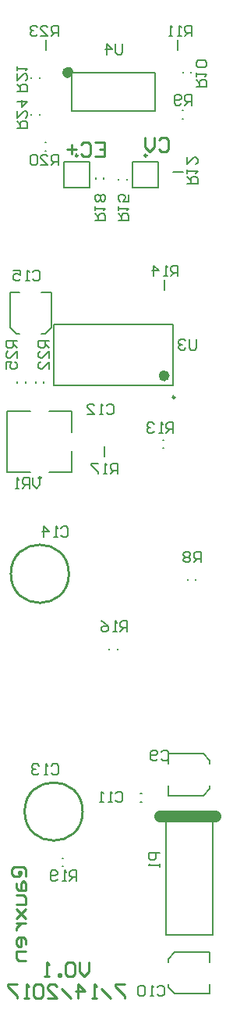
<source format=gbo>
G04 Layer_Color=32896*
%FSLAX25Y25*%
%MOIN*%
G70*
G01*
G75*
%ADD41C,0.01000*%
%ADD42C,0.00984*%
%ADD43C,0.02362*%
%ADD45C,0.00787*%
%ADD46C,0.05000*%
%ADD47C,0.00800*%
D41*
X-19094Y182087D02*
G03*
X-19094Y182087I-12402J0D01*
G01*
X-13189Y80709D02*
G03*
X-13189Y80709I-12402J0D01*
G01*
X-10589Y16596D02*
Y12597D01*
X-12589Y10598D01*
X-14588Y12597D01*
Y16596D01*
X-16588Y15596D02*
X-17587Y16596D01*
X-19587D01*
X-20586Y15596D01*
Y11597D01*
X-19587Y10598D01*
X-17587D01*
X-16588Y11597D01*
Y15596D01*
X-22586Y10598D02*
Y11597D01*
X-23585D01*
Y10598D01*
X-22586D01*
X-27584D02*
X-29583D01*
X-28584D01*
Y16596D01*
X-27584Y15596D01*
X4905Y6998D02*
X907D01*
Y5998D01*
X4905Y2000D01*
Y1000D01*
X-1092D02*
X-5091Y4999D01*
X-7091Y1000D02*
X-9090D01*
X-8090D01*
Y6998D01*
X-7091Y5998D01*
X-15088Y1000D02*
Y6998D01*
X-12089Y3999D01*
X-16088D01*
X-18087Y1000D02*
X-22086Y4999D01*
X-28084Y1000D02*
X-24085D01*
X-28084Y4999D01*
Y5998D01*
X-27084Y6998D01*
X-25085D01*
X-24085Y5998D01*
X-30083D02*
X-31083Y6998D01*
X-33082D01*
X-34082Y5998D01*
Y2000D01*
X-33082Y1000D01*
X-31083D01*
X-30083Y2000D01*
Y5998D01*
X-36081Y1000D02*
X-38081D01*
X-37081D01*
Y6998D01*
X-36081Y5998D01*
X-41080Y6998D02*
X-45078D01*
Y5998D01*
X-41080Y2000D01*
Y1000D01*
X19623Y367203D02*
X20623Y368203D01*
X22622D01*
X23622Y367203D01*
Y363204D01*
X22622Y362205D01*
X20623D01*
X19623Y363204D01*
X17624Y368203D02*
Y364204D01*
X15625Y362205D01*
X13625Y364204D01*
Y368203D01*
X-7936Y366234D02*
X-3937D01*
Y360236D01*
X-7936D01*
X-3937Y363235D02*
X-5936D01*
X-13934Y365235D02*
X-12934Y366234D01*
X-10935D01*
X-9935Y365235D01*
Y361236D01*
X-10935Y360236D01*
X-12934D01*
X-13934Y361236D01*
X-15933Y363235D02*
X-19932D01*
X-17932Y365235D02*
Y361236D01*
X-39401Y54088D02*
X-40401D01*
Y55087D01*
X-39401D01*
Y54088D01*
X-40401Y53088D01*
X-42400D01*
X-43400Y54088D01*
Y56087D01*
X-42400Y57087D01*
X-38401D01*
X-37402Y56087D01*
Y53088D01*
X-41400Y50089D02*
Y48090D01*
X-40401Y47090D01*
X-37402D01*
Y50089D01*
X-38401Y51089D01*
X-39401Y50089D01*
Y47090D01*
X-41400Y45090D02*
X-38401D01*
X-37402Y44091D01*
Y41092D01*
X-41400D01*
Y39092D02*
X-37402Y35094D01*
X-39401Y37093D01*
X-41400Y35094D01*
X-37402Y39092D01*
X-41400Y33094D02*
X-37402D01*
X-39401D01*
X-40401Y32095D01*
X-41400Y31095D01*
Y30095D01*
X-37402Y24097D02*
Y26097D01*
X-38401Y27096D01*
X-40401D01*
X-41400Y26097D01*
Y24097D01*
X-40401Y23098D01*
X-39401D01*
Y27096D01*
X-37402Y21098D02*
X-41400D01*
Y18099D01*
X-40401Y17099D01*
X-37402D01*
D42*
X26240Y257382D02*
G03*
X26240Y257382I-492J0D01*
G01*
X-17705Y396295D02*
G03*
X-17705Y396295I-1421J0D01*
G01*
X14272Y360433D02*
G03*
X14272Y360433I-492J0D01*
G01*
X-31004Y222992D02*
G03*
X-31004Y222992I-492J0D01*
G01*
X-15256Y360433D02*
G03*
X-15256Y360433I-492J0D01*
G01*
D43*
X22835Y266535D02*
G03*
X22835Y266535I-1181J0D01*
G01*
X-18445Y395795D02*
G03*
X-18445Y395795I-1181J0D01*
G01*
D45*
X-25591Y262598D02*
Y288583D01*
X25591Y262598D02*
Y288583D01*
X-25591D02*
X25591D01*
X-25591Y262598D02*
X25591D01*
X17874Y379295D02*
Y395795D01*
X-17717Y379295D02*
Y395795D01*
Y379295D02*
X17874D01*
X-17717Y395795D02*
X17874D01*
X29331Y379725D02*
X29724D01*
X29331Y376181D02*
X29724D01*
X8268Y357874D02*
X19291D01*
X8268Y346850D02*
Y357874D01*
Y346850D02*
X19291D01*
Y357874D01*
X-41535Y284449D02*
X-40157D01*
X-44291Y287205D02*
X-41535Y284449D01*
X-44291Y287205D02*
Y302165D01*
X-30709Y284449D02*
X-29331D01*
X-26575Y287205D01*
Y302165D01*
X-44291D02*
X-40157D01*
X-30709D02*
X-26575D01*
X22559Y78150D02*
X42559D01*
X22559Y28150D02*
X42559D01*
Y78150D01*
X22559Y28150D02*
Y78150D01*
X-45394Y225354D02*
Y251339D01*
Y225354D02*
X-35531D01*
X-27461D02*
X-17874D01*
X-27461Y251339D02*
X-17874D01*
X-45394D02*
X-35531D01*
X-17874Y225354D02*
Y234311D01*
Y242382D02*
Y251339D01*
X27559Y405315D02*
Y409646D01*
X-7677Y350590D02*
Y350984D01*
X-4134Y350590D02*
Y350984D01*
X-33268Y263583D02*
Y263976D01*
X-29724Y263583D02*
Y263976D01*
X-41142Y263583D02*
Y263976D01*
X-37598Y263583D02*
Y263976D01*
X-3937Y232087D02*
Y236418D01*
X2165Y350197D02*
Y350590D01*
X5709Y350197D02*
Y350590D01*
X35236Y179331D02*
Y179725D01*
X31693Y179331D02*
Y179725D01*
X25394Y353543D02*
X29724D01*
X-29331Y365945D02*
X-28937D01*
X-29331Y362402D02*
X-28937D01*
X21079Y239189D02*
X21473D01*
X21079Y235646D02*
X21473D01*
X-31693Y377756D02*
Y378150D01*
X-35236Y377756D02*
Y378150D01*
X-31693Y393504D02*
Y393898D01*
X-35236Y393504D02*
Y393898D01*
X1772Y149803D02*
Y150197D01*
X-1772Y149803D02*
Y150197D01*
X-21850Y57284D02*
X-21457D01*
X-21850Y60827D02*
X-21457D01*
X33268Y395866D02*
Y396260D01*
X29724Y395866D02*
Y396260D01*
X-28740Y405315D02*
Y409646D01*
X21654Y302953D02*
Y307283D01*
X-21260Y357874D02*
X-10236D01*
X-21260Y346850D02*
Y357874D01*
Y346850D02*
X-10236D01*
Y357874D01*
X11614Y88386D02*
X12008D01*
X11614Y84842D02*
X12008D01*
X41142Y90354D02*
Y91732D01*
X38386Y87599D02*
X41142Y90354D01*
X23425Y87599D02*
X38386D01*
X41142Y101181D02*
Y102559D01*
X38386Y105315D02*
X41142Y102559D01*
X23425Y105315D02*
X38386D01*
X23425Y87599D02*
Y91732D01*
Y101181D02*
Y105315D01*
Y16535D02*
Y17913D01*
X26181Y20669D01*
X41142D01*
X23425Y5709D02*
Y7087D01*
Y5709D02*
X26181Y2953D01*
X41142D01*
Y16535D02*
Y20669D01*
Y2953D02*
Y7087D01*
D46*
X19685Y78740D02*
X43307D01*
D47*
X-2999Y253749D02*
X-2249Y254499D01*
X-750D01*
X0Y253749D01*
Y250750D01*
X-750Y250000D01*
X-2249D01*
X-2999Y250750D01*
X-4499Y250000D02*
X-5998D01*
X-5248D01*
Y254499D01*
X-4499Y253749D01*
X-11246Y250000D02*
X-8247D01*
X-11246Y252999D01*
Y253749D01*
X-10497Y254499D01*
X-8997D01*
X-8247Y253749D01*
X35433Y282058D02*
Y278309D01*
X34683Y277559D01*
X33184D01*
X32434Y278309D01*
Y282058D01*
X30935Y281308D02*
X30185Y282058D01*
X28685D01*
X27935Y281308D01*
Y280558D01*
X28685Y279808D01*
X29435D01*
X28685D01*
X27935Y279059D01*
Y278309D01*
X28685Y277559D01*
X30185D01*
X30935Y278309D01*
X3937Y408042D02*
Y404293D01*
X3187Y403543D01*
X1688D01*
X938Y404293D01*
Y408042D01*
X-2811Y403543D02*
Y408042D01*
X-562Y405793D01*
X-3561D01*
X33465Y381890D02*
Y386388D01*
X31215D01*
X30465Y385638D01*
Y384139D01*
X31215Y383389D01*
X33465D01*
X31965D02*
X30465Y381890D01*
X28966Y382640D02*
X28216Y381890D01*
X26717D01*
X25967Y382640D01*
Y385638D01*
X26717Y386388D01*
X28216D01*
X28966Y385638D01*
Y384889D01*
X28216Y384139D01*
X25967D01*
X-22390Y201529D02*
X-21640Y202279D01*
X-20140D01*
X-19390Y201529D01*
Y198530D01*
X-20140Y197780D01*
X-21640D01*
X-22390Y198530D01*
X-23889Y197780D02*
X-25389D01*
X-24639D01*
Y202279D01*
X-23889Y201529D01*
X-29887Y197780D02*
Y202279D01*
X-27638Y200030D01*
X-30637D01*
X-34495Y310835D02*
X-33745Y311585D01*
X-32246D01*
X-31496Y310835D01*
Y307836D01*
X-32246Y307087D01*
X-33745D01*
X-34495Y307836D01*
X-35995Y307087D02*
X-37494D01*
X-36744D01*
Y311585D01*
X-35995Y310835D01*
X-42742Y311585D02*
X-39743D01*
Y309336D01*
X-41243Y310086D01*
X-41993D01*
X-42742Y309336D01*
Y307836D01*
X-41993Y307087D01*
X-40493D01*
X-39743Y307836D01*
X19685Y62992D02*
X15187D01*
Y60743D01*
X15936Y59993D01*
X17436D01*
X18185Y60743D01*
Y62992D01*
X19685Y58494D02*
Y56994D01*
Y57744D01*
X15187D01*
X15936Y58494D01*
X-31496Y223003D02*
Y220004D01*
X-32996Y218504D01*
X-34495Y220004D01*
Y223003D01*
X-35995Y218504D02*
Y223003D01*
X-38244D01*
X-38994Y222253D01*
Y220753D01*
X-38244Y220004D01*
X-35995D01*
X-37494D02*
X-38994Y218504D01*
X-40493D02*
X-41993D01*
X-41243D01*
Y223003D01*
X-40493Y222253D01*
X33465Y411417D02*
Y415916D01*
X31215D01*
X30465Y415166D01*
Y413667D01*
X31215Y412917D01*
X33465D01*
X31965D02*
X30465Y411417D01*
X28966D02*
X27466D01*
X28216D01*
Y415916D01*
X28966Y415166D01*
X25217Y411417D02*
X23718D01*
X24467D01*
Y415916D01*
X25217Y415166D01*
X-7874Y332677D02*
X-3376D01*
Y334926D01*
X-4125Y335676D01*
X-5625D01*
X-6374Y334926D01*
Y332677D01*
Y334177D02*
X-7874Y335676D01*
Y337176D02*
Y338675D01*
Y337926D01*
X-3376D01*
X-4125Y337176D01*
Y340925D02*
X-3376Y341674D01*
Y343174D01*
X-4125Y343923D01*
X-4875D01*
X-5625Y343174D01*
X-6374Y343923D01*
X-7124D01*
X-7874Y343174D01*
Y341674D01*
X-7124Y340925D01*
X-6374D01*
X-5625Y341674D01*
X-4875Y340925D01*
X-4125D01*
X-5625Y341674D02*
Y343174D01*
X-27559Y281496D02*
X-32058D01*
Y279247D01*
X-31308Y278497D01*
X-29808D01*
X-29059Y279247D01*
Y281496D01*
Y279996D02*
X-27559Y278497D01*
Y273998D02*
Y276997D01*
X-30558Y273998D01*
X-31308D01*
X-32058Y274748D01*
Y276248D01*
X-31308Y276997D01*
X-27559Y269500D02*
Y272499D01*
X-30558Y269500D01*
X-31308D01*
X-32058Y270250D01*
Y271749D01*
X-31308Y272499D01*
X-41339Y281496D02*
X-45837D01*
Y279247D01*
X-45087Y278497D01*
X-43588D01*
X-42838Y279247D01*
Y281496D01*
Y279996D02*
X-41339Y278497D01*
Y273998D02*
Y276997D01*
X-44338Y273998D01*
X-45087D01*
X-45837Y274748D01*
Y276248D01*
X-45087Y276997D01*
X-45837Y269500D02*
Y272499D01*
X-43588D01*
X-44338Y270999D01*
Y270250D01*
X-43588Y269500D01*
X-42088D01*
X-41339Y270250D01*
Y271749D01*
X-42088Y272499D01*
X1674Y224714D02*
Y229213D01*
X-576D01*
X-1326Y228463D01*
Y226963D01*
X-576Y226214D01*
X1674D01*
X174D02*
X-1326Y224714D01*
X-2825D02*
X-4324D01*
X-3575D01*
Y229213D01*
X-2825Y228463D01*
X-6574Y229213D02*
X-9573D01*
Y228463D01*
X-6574Y225464D01*
Y224714D01*
X1969Y332677D02*
X6467D01*
Y334926D01*
X5717Y335676D01*
X4218D01*
X3468Y334926D01*
Y332677D01*
Y334177D02*
X1969Y335676D01*
Y337176D02*
Y338675D01*
Y337926D01*
X6467D01*
X5717Y337176D01*
X6467Y343923D02*
Y340925D01*
X4218D01*
X4967Y342424D01*
Y343174D01*
X4218Y343923D01*
X2718D01*
X1969Y343174D01*
Y341674D01*
X2718Y340925D01*
X37402Y187008D02*
Y191506D01*
X35152D01*
X34402Y190757D01*
Y189257D01*
X35152Y188507D01*
X37402D01*
X35902D02*
X34402Y187008D01*
X32903Y190757D02*
X32153Y191506D01*
X30654D01*
X29904Y190757D01*
Y190007D01*
X30654Y189257D01*
X29904Y188507D01*
Y187758D01*
X30654Y187008D01*
X32153D01*
X32903Y187758D01*
Y188507D01*
X32153Y189257D01*
X32903Y190007D01*
Y190757D01*
X32153Y189257D02*
X30654D01*
X31496Y348425D02*
X35995D01*
Y350675D01*
X35245Y351424D01*
X33745D01*
X32996Y350675D01*
Y348425D01*
Y349925D02*
X31496Y351424D01*
Y352924D02*
Y354423D01*
Y353674D01*
X35995D01*
X35245Y352924D01*
X31496Y359672D02*
Y356673D01*
X34495Y359672D01*
X35245D01*
X35995Y358922D01*
Y357422D01*
X35245Y356673D01*
X-23622Y356299D02*
Y360798D01*
X-25871D01*
X-26621Y360048D01*
Y358548D01*
X-25871Y357799D01*
X-23622D01*
X-25122D02*
X-26621Y356299D01*
X-31120D02*
X-28121D01*
X-31120Y359298D01*
Y360048D01*
X-30370Y360798D01*
X-28870D01*
X-28121Y360048D01*
X-32619D02*
X-33369Y360798D01*
X-34868D01*
X-35618Y360048D01*
Y357049D01*
X-34868Y356299D01*
X-33369D01*
X-32619Y357049D01*
Y360048D01*
X25591Y242126D02*
Y246624D01*
X23341D01*
X22591Y245875D01*
Y244375D01*
X23341Y243625D01*
X25591D01*
X24091D02*
X22591Y242126D01*
X21092D02*
X19592D01*
X20342D01*
Y246624D01*
X21092Y245875D01*
X17343D02*
X16593Y246624D01*
X15094D01*
X14344Y245875D01*
Y245125D01*
X15094Y244375D01*
X15844D01*
X15094D01*
X14344Y243625D01*
Y242876D01*
X15094Y242126D01*
X16593D01*
X17343Y242876D01*
X-41339Y372047D02*
X-36840D01*
Y374296D01*
X-37590Y375046D01*
X-39089D01*
X-39839Y374296D01*
Y372047D01*
Y373547D02*
X-41339Y375046D01*
Y379545D02*
Y376546D01*
X-38340Y379545D01*
X-37590D01*
X-36840Y378795D01*
Y377296D01*
X-37590Y376546D01*
X-41339Y383294D02*
X-36840D01*
X-39089Y381044D01*
Y384043D01*
X-23622Y411417D02*
Y415916D01*
X-25871D01*
X-26621Y415166D01*
Y413667D01*
X-25871Y412917D01*
X-23622D01*
X-25122D02*
X-26621Y411417D01*
X-31120D02*
X-28121D01*
X-31120Y414416D01*
Y415166D01*
X-30370Y415916D01*
X-28870D01*
X-28121Y415166D01*
X-32619D02*
X-33369Y415916D01*
X-34868D01*
X-35618Y415166D01*
Y414416D01*
X-34868Y413667D01*
X-34119D01*
X-34868D01*
X-35618Y412917D01*
Y412167D01*
X-34868Y411417D01*
X-33369D01*
X-32619Y412167D01*
X5906Y157480D02*
Y161979D01*
X3656D01*
X2906Y161229D01*
Y159730D01*
X3656Y158980D01*
X5906D01*
X4406D02*
X2906Y157480D01*
X1407D02*
X-93D01*
X657D01*
Y161979D01*
X1407Y161229D01*
X-5341Y161979D02*
X-3841Y161229D01*
X-2342Y159730D01*
Y158230D01*
X-3092Y157480D01*
X-4591D01*
X-5341Y158230D01*
Y158980D01*
X-4591Y159730D01*
X-2342D01*
X-15748Y51181D02*
Y55680D01*
X-17997D01*
X-18747Y54930D01*
Y53430D01*
X-17997Y52681D01*
X-15748D01*
X-17248D02*
X-18747Y51181D01*
X-20247D02*
X-21746D01*
X-20996D01*
Y55680D01*
X-20247Y54930D01*
X-23995Y51931D02*
X-24745Y51181D01*
X-26245D01*
X-26994Y51931D01*
Y54930D01*
X-26245Y55680D01*
X-24745D01*
X-23995Y54930D01*
Y54180D01*
X-24745Y53430D01*
X-26994D01*
X35433Y389764D02*
X39932D01*
Y392013D01*
X39182Y392763D01*
X37682D01*
X36933Y392013D01*
Y389764D01*
Y391263D02*
X35433Y392763D01*
Y394262D02*
Y395762D01*
Y395012D01*
X39932D01*
X39182Y394262D01*
Y398011D02*
X39932Y398761D01*
Y400260D01*
X39182Y401010D01*
X36183D01*
X35433Y400260D01*
Y398761D01*
X36183Y398011D01*
X39182D01*
X-41339Y387795D02*
X-36840D01*
Y390044D01*
X-37590Y390794D01*
X-39089D01*
X-39839Y390044D01*
Y387795D01*
Y389295D02*
X-41339Y390794D01*
Y395293D02*
Y392294D01*
X-38340Y395293D01*
X-37590D01*
X-36840Y394543D01*
Y393044D01*
X-37590Y392294D01*
X-41339Y396792D02*
Y398292D01*
Y397542D01*
X-36840D01*
X-37590Y396792D01*
X27559Y309055D02*
Y313554D01*
X25310D01*
X24560Y312804D01*
Y311304D01*
X25310Y310555D01*
X27559D01*
X26059D02*
X24560Y309055D01*
X23061D02*
X21561D01*
X22311D01*
Y313554D01*
X23061Y312804D01*
X17063Y309055D02*
Y313554D01*
X19312Y311304D01*
X16313D01*
X938Y88394D02*
X1688Y89144D01*
X3187D01*
X3937Y88394D01*
Y85395D01*
X3187Y84646D01*
X1688D01*
X938Y85395D01*
X-562Y84646D02*
X-2061D01*
X-1311D01*
Y89144D01*
X-562Y88394D01*
X-4310Y84646D02*
X-5810D01*
X-5060D01*
Y89144D01*
X-4310Y88394D01*
X20426Y106111D02*
X21176Y106861D01*
X22675D01*
X23425Y106111D01*
Y103112D01*
X22675Y102362D01*
X21176D01*
X20426Y103112D01*
X18927D02*
X18177Y102362D01*
X16677D01*
X15928Y103112D01*
Y106111D01*
X16677Y106861D01*
X18177D01*
X18927Y106111D01*
Y105361D01*
X18177Y104612D01*
X15928D01*
X18654Y5717D02*
X19404Y6467D01*
X20904D01*
X21654Y5717D01*
Y2718D01*
X20904Y1969D01*
X19404D01*
X18654Y2718D01*
X17155Y1969D02*
X15655D01*
X16405D01*
Y6467D01*
X17155Y5717D01*
X13406D02*
X12656Y6467D01*
X11157D01*
X10407Y5717D01*
Y2718D01*
X11157Y1969D01*
X12656D01*
X13406Y2718D01*
Y5717D01*
X-26621Y100206D02*
X-25871Y100955D01*
X-24372D01*
X-23622Y100206D01*
Y97206D01*
X-24372Y96457D01*
X-25871D01*
X-26621Y97206D01*
X-28121Y96457D02*
X-29620D01*
X-28870D01*
Y100955D01*
X-28121Y100206D01*
X-31869D02*
X-32619Y100955D01*
X-34119D01*
X-34868Y100206D01*
Y99456D01*
X-34119Y98706D01*
X-33369D01*
X-34119D01*
X-34868Y97956D01*
Y97206D01*
X-34119Y96457D01*
X-32619D01*
X-31869Y97206D01*
M02*

</source>
